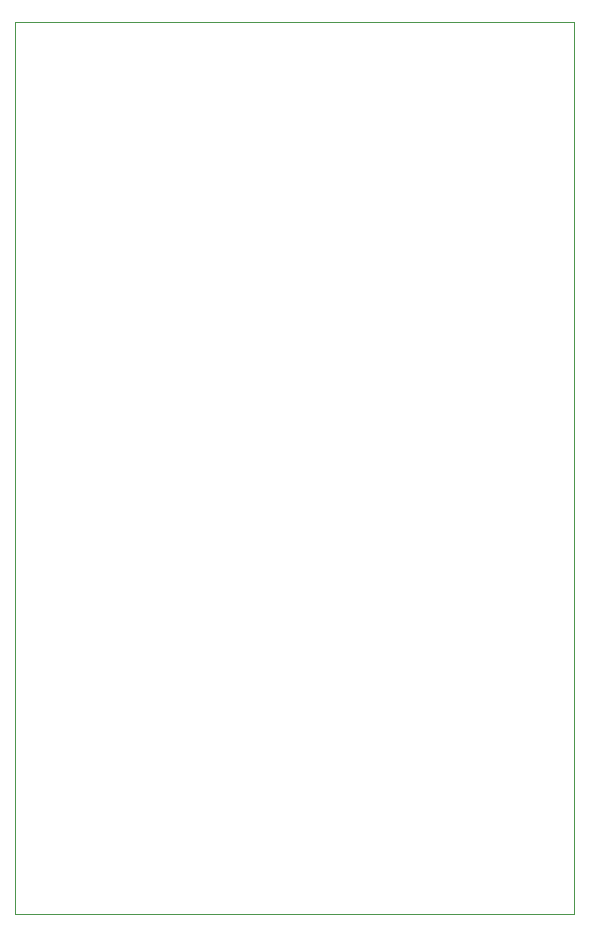
<source format=gbr>
%TF.GenerationSoftware,KiCad,Pcbnew,(6.0.7)*%
%TF.CreationDate,2022-09-28T03:26:44-04:00*%
%TF.ProjectId,picopilotv1,7069636f-7069-46c6-9f74-76312e6b6963,rev?*%
%TF.SameCoordinates,Original*%
%TF.FileFunction,Profile,NP*%
%FSLAX46Y46*%
G04 Gerber Fmt 4.6, Leading zero omitted, Abs format (unit mm)*
G04 Created by KiCad (PCBNEW (6.0.7)) date 2022-09-28 03:26:44*
%MOMM*%
%LPD*%
G01*
G04 APERTURE LIST*
%TA.AperFunction,Profile*%
%ADD10C,0.100000*%
%TD*%
G04 APERTURE END LIST*
D10*
X92600000Y-45600000D02*
X140000000Y-45600000D01*
X140000000Y-45600000D02*
X140000000Y-121100000D01*
X140000000Y-121100000D02*
X92600000Y-121100000D01*
X92600000Y-121100000D02*
X92600000Y-45600000D01*
%TO.C,J4*%
X103000000Y-45600000D02*
X94400000Y-45600000D01*
%TD*%
M02*

</source>
